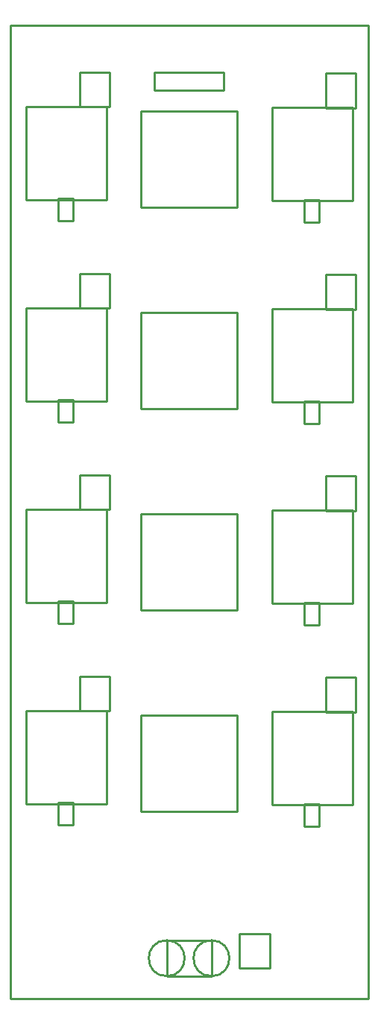
<source format=gko>
G04 Layer: BoardOutlineLayer*
G04 EasyEDA v6.5.29, 2023-07-18 11:26:45*
G04 057cc5f2e9c144518689141b3c40f3c2,5a6b42c53f6a479593ecc07194224c93,10*
G04 Gerber Generator version 0.2*
G04 Scale: 100 percent, Rotated: No, Reflected: No *
G04 Dimensions in millimeters *
G04 leading zeros omitted , absolute positions ,4 integer and 5 decimal *
%FSLAX45Y45*%
%MOMM*%

%ADD10C,0.2540*%
D10*
X0Y11938000D02*
G01*
X4064000Y11938000D01*
X4064000Y889000D01*
X0Y889000D01*
X0Y11938000D01*
G75*
G01*
X2286000Y1143000D02*
G02*
X2286000Y1549400I0J203200D01*
G75*
G01*
X2286000Y1549400D02*
G02*
X2286000Y1143000I0J-203200D01*
X2286000Y1143000D02*
G01*
X2286000Y1143000D01*
X1778000Y1143000D02*
G01*
X2286000Y1143000D01*
X2286000Y1143000D02*
G01*
X2286000Y1549400D01*
X2286000Y1549400D02*
G01*
X1778000Y1549400D01*
X1778000Y1549400D02*
G01*
X1778000Y1143000D01*
G75*
G01*
X1778000Y1143000D02*
G02*
X1778000Y1549400I0J203200D01*
G75*
G01*
X1778000Y1549400D02*
G02*
X1778000Y1143000I0J-203200D01*
X1778000Y1143000D02*
G01*
X1778000Y1143000D01*
X1485900Y4102100D02*
G01*
X1485900Y3009900D01*
X1485900Y3009900D02*
G01*
X2578100Y3009900D01*
X2578100Y3009900D02*
G01*
X2578100Y4102100D01*
X2578100Y4102100D02*
G01*
X1485900Y4102100D01*
X1485900Y8674100D02*
G01*
X1485900Y7581900D01*
X1485900Y7581900D02*
G01*
X2578100Y7581900D01*
X2578100Y7581900D02*
G01*
X2578100Y8674100D01*
X2578100Y8674100D02*
G01*
X1485900Y8674100D01*
X1485900Y6388100D02*
G01*
X1485900Y5295900D01*
X1485900Y5295900D02*
G01*
X2578100Y5295900D01*
X2578100Y5295900D02*
G01*
X2578100Y6388100D01*
X2578100Y6388100D02*
G01*
X1485900Y6388100D01*
X1485900Y10960100D02*
G01*
X1485900Y9867900D01*
X1485900Y9867900D02*
G01*
X2578100Y9867900D01*
X2578100Y9867900D02*
G01*
X2578100Y10960100D01*
X2578100Y10960100D02*
G01*
X1485900Y10960100D01*
X3340100Y9956800D02*
G01*
X3340100Y9702800D01*
X3340100Y9702800D02*
G01*
X3511550Y9702800D01*
X3511550Y9702800D02*
G01*
X3511550Y9956800D01*
X3511550Y9956800D02*
G01*
X3340100Y9956800D01*
X2971800Y11004550D02*
G01*
X2971800Y9944100D01*
X2971800Y9944100D02*
G01*
X3886200Y9944100D01*
X3886200Y9944100D02*
G01*
X3886200Y11004550D01*
X3886200Y11004550D02*
G01*
X2971800Y11004550D01*
X177800Y11017250D02*
G01*
X177800Y9956800D01*
X177800Y9956800D02*
G01*
X1092200Y9956800D01*
X1092200Y9956800D02*
G01*
X1092200Y11017250D01*
X1092200Y11017250D02*
G01*
X177800Y11017250D01*
X546100Y9969500D02*
G01*
X546100Y9715500D01*
X546100Y9715500D02*
G01*
X717550Y9715500D01*
X717550Y9715500D02*
G01*
X717550Y9969500D01*
X717550Y9969500D02*
G01*
X546100Y9969500D01*
X2971800Y8718550D02*
G01*
X2971800Y7658100D01*
X2971800Y7658100D02*
G01*
X3886200Y7658100D01*
X3886200Y7658100D02*
G01*
X3886200Y8718550D01*
X3886200Y8718550D02*
G01*
X2971800Y8718550D01*
X3340100Y7670800D02*
G01*
X3340100Y7416800D01*
X3340100Y7416800D02*
G01*
X3511550Y7416800D01*
X3511550Y7416800D02*
G01*
X3511550Y7670800D01*
X3511550Y7670800D02*
G01*
X3340100Y7670800D01*
X177800Y8731250D02*
G01*
X177800Y7670800D01*
X177800Y7670800D02*
G01*
X1092200Y7670800D01*
X1092200Y7670800D02*
G01*
X1092200Y8731250D01*
X1092200Y8731250D02*
G01*
X177800Y8731250D01*
X546100Y7683500D02*
G01*
X546100Y7429500D01*
X546100Y7429500D02*
G01*
X717550Y7429500D01*
X717550Y7429500D02*
G01*
X717550Y7683500D01*
X717550Y7683500D02*
G01*
X546100Y7683500D01*
X177800Y6445250D02*
G01*
X177800Y5384800D01*
X177800Y5384800D02*
G01*
X1092200Y5384800D01*
X1092200Y5384800D02*
G01*
X1092200Y6445250D01*
X1092200Y6445250D02*
G01*
X177800Y6445250D01*
X546100Y5397500D02*
G01*
X546100Y5143500D01*
X546100Y5143500D02*
G01*
X717550Y5143500D01*
X717550Y5143500D02*
G01*
X717550Y5397500D01*
X717550Y5397500D02*
G01*
X546100Y5397500D01*
X2971800Y6432550D02*
G01*
X2971800Y5372100D01*
X2971800Y5372100D02*
G01*
X3886200Y5372100D01*
X3886200Y5372100D02*
G01*
X3886200Y6432550D01*
X3886200Y6432550D02*
G01*
X2971800Y6432550D01*
X3340100Y5384800D02*
G01*
X3340100Y5130800D01*
X3340100Y5130800D02*
G01*
X3511550Y5130800D01*
X3511550Y5130800D02*
G01*
X3511550Y5384800D01*
X3511550Y5384800D02*
G01*
X3340100Y5384800D01*
X177800Y4159250D02*
G01*
X177800Y3098800D01*
X177800Y3098800D02*
G01*
X1092200Y3098800D01*
X1092200Y3098800D02*
G01*
X1092200Y4159250D01*
X1092200Y4159250D02*
G01*
X177800Y4159250D01*
X546100Y3111500D02*
G01*
X546100Y2857500D01*
X546100Y2857500D02*
G01*
X717550Y2857500D01*
X717550Y2857500D02*
G01*
X717550Y3111500D01*
X717550Y3111500D02*
G01*
X546100Y3111500D01*
X2971800Y4146550D02*
G01*
X2971800Y3086100D01*
X2971800Y3086100D02*
G01*
X3886200Y3086100D01*
X3886200Y3086100D02*
G01*
X3886200Y4146550D01*
X3886200Y4146550D02*
G01*
X2971800Y4146550D01*
X3340100Y3098800D02*
G01*
X3340100Y2844800D01*
X3340100Y2844800D02*
G01*
X3511550Y2844800D01*
X3511550Y2844800D02*
G01*
X3511550Y3098800D01*
X3511550Y3098800D02*
G01*
X3340100Y3098800D01*
X787400Y11404600D02*
G01*
X787400Y11010900D01*
X787400Y11010900D02*
G01*
X1130300Y11010900D01*
X1130300Y11010900D02*
G01*
X1130300Y11404600D01*
X1130300Y11404600D02*
G01*
X787400Y11404600D01*
X3581400Y11391900D02*
G01*
X3581400Y10998200D01*
X3581400Y10998200D02*
G01*
X3924300Y10998200D01*
X3924300Y10998200D02*
G01*
X3924300Y11391900D01*
X3924300Y11391900D02*
G01*
X3581400Y11391900D01*
X3581400Y9105900D02*
G01*
X3581400Y8712200D01*
X3581400Y8712200D02*
G01*
X3924300Y8712200D01*
X3924300Y8712200D02*
G01*
X3924300Y9105900D01*
X3924300Y9105900D02*
G01*
X3581400Y9105900D01*
X787400Y9118600D02*
G01*
X787400Y8724900D01*
X787400Y8724900D02*
G01*
X1130300Y8724900D01*
X1130300Y8724900D02*
G01*
X1130300Y9118600D01*
X1130300Y9118600D02*
G01*
X787400Y9118600D01*
X787400Y6832600D02*
G01*
X787400Y6438900D01*
X787400Y6438900D02*
G01*
X1130300Y6438900D01*
X1130300Y6438900D02*
G01*
X1130300Y6832600D01*
X1130300Y6832600D02*
G01*
X787400Y6832600D01*
X3581400Y6819900D02*
G01*
X3581400Y6426200D01*
X3581400Y6426200D02*
G01*
X3924300Y6426200D01*
X3924300Y6426200D02*
G01*
X3924300Y6819900D01*
X3924300Y6819900D02*
G01*
X3581400Y6819900D01*
X787400Y4546600D02*
G01*
X787400Y4152900D01*
X787400Y4152900D02*
G01*
X1130300Y4152900D01*
X1130300Y4152900D02*
G01*
X1130300Y4546600D01*
X1130300Y4546600D02*
G01*
X787400Y4546600D01*
X3581400Y4533900D02*
G01*
X3581400Y4140200D01*
X3581400Y4140200D02*
G01*
X3924300Y4140200D01*
X3924300Y4140200D02*
G01*
X3924300Y4533900D01*
X3924300Y4533900D02*
G01*
X3581400Y4533900D01*
X2603500Y1625600D02*
G01*
X2603500Y1231900D01*
X2603500Y1231900D02*
G01*
X2946400Y1231900D01*
X2946400Y1231900D02*
G01*
X2946400Y1625600D01*
X2946400Y1625600D02*
G01*
X2603500Y1625600D01*
X1638300Y11404600D02*
G01*
X1638300Y11201400D01*
X1638300Y11201400D02*
G01*
X2425700Y11201400D01*
X2425700Y11201400D02*
G01*
X2425700Y11404600D01*
X2425700Y11404600D02*
G01*
X1638300Y11404600D01*

%LPD*%
M02*

</source>
